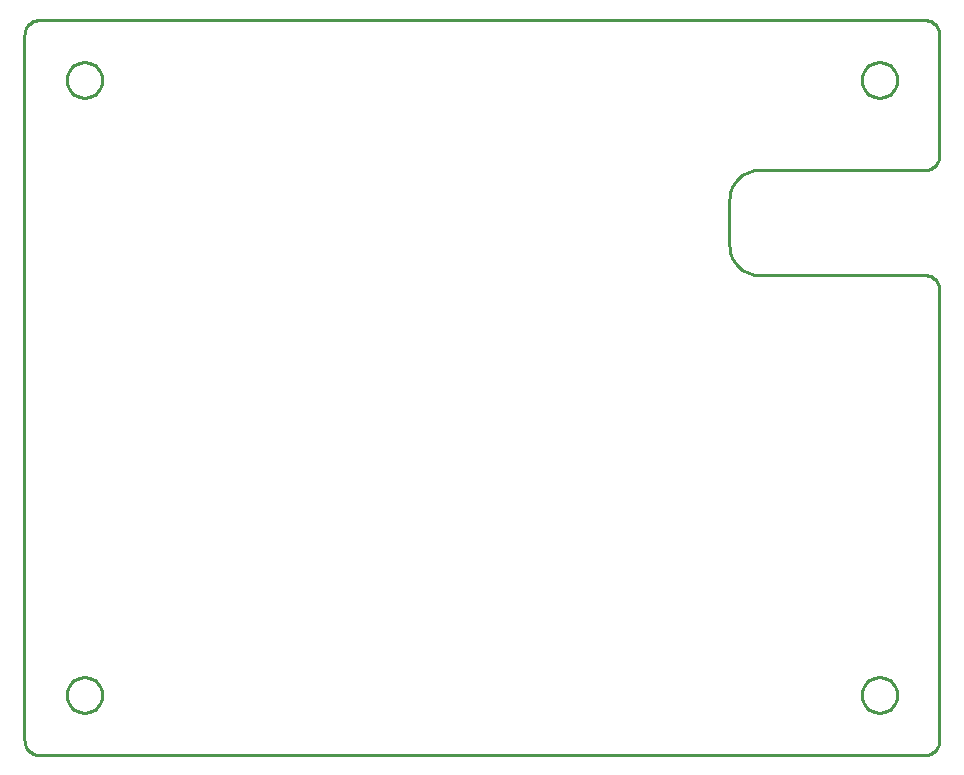
<source format=gbr>
G04 EAGLE Gerber RS-274X export*
G75*
%MOMM*%
%FSLAX34Y34*%
%LPD*%
%IN*%
%IPPOS*%
%AMOC8*
5,1,8,0,0,1.08239X$1,22.5*%
G01*
%ADD10C,0.254000*%


D10*
X0Y12700D02*
X48Y11593D01*
X193Y10495D01*
X433Y9413D01*
X766Y8356D01*
X1190Y7333D01*
X1701Y6350D01*
X2297Y5416D01*
X2971Y4537D01*
X3720Y3720D01*
X4537Y2971D01*
X5416Y2297D01*
X6350Y1701D01*
X7333Y1190D01*
X8356Y766D01*
X9413Y433D01*
X10495Y193D01*
X11593Y48D01*
X12700Y0D01*
X762000Y0D01*
X763107Y48D01*
X764205Y193D01*
X765287Y433D01*
X766344Y766D01*
X767367Y1190D01*
X768350Y1701D01*
X769284Y2297D01*
X770163Y2971D01*
X770980Y3720D01*
X771729Y4537D01*
X772403Y5416D01*
X772999Y6350D01*
X773510Y7333D01*
X773934Y8356D01*
X774267Y9413D01*
X774507Y10495D01*
X774652Y11593D01*
X774700Y12700D01*
X774700Y393700D01*
X774652Y394807D01*
X774507Y395905D01*
X774267Y396987D01*
X773934Y398044D01*
X773510Y399067D01*
X772999Y400050D01*
X772403Y400984D01*
X771729Y401863D01*
X770980Y402680D01*
X770163Y403429D01*
X769284Y404103D01*
X768350Y404699D01*
X767367Y405210D01*
X766344Y405634D01*
X765287Y405967D01*
X764205Y406207D01*
X763107Y406352D01*
X762000Y406400D01*
X622300Y406400D01*
X620086Y406497D01*
X617889Y406786D01*
X615726Y407265D01*
X613613Y407932D01*
X611566Y408780D01*
X609600Y409803D01*
X607731Y410994D01*
X605973Y412342D01*
X604340Y413840D01*
X602842Y415473D01*
X601494Y417231D01*
X600303Y419100D01*
X599280Y421066D01*
X598432Y423113D01*
X597765Y425226D01*
X597286Y427389D01*
X596997Y429586D01*
X596900Y431800D01*
X596900Y469900D01*
X596997Y472114D01*
X597286Y474311D01*
X597765Y476474D01*
X598432Y478587D01*
X599280Y480635D01*
X600303Y482600D01*
X601494Y484469D01*
X602842Y486227D01*
X604340Y487861D01*
X605973Y489358D01*
X607731Y490706D01*
X609600Y491897D01*
X611566Y492920D01*
X613613Y493768D01*
X615726Y494435D01*
X617889Y494914D01*
X620086Y495203D01*
X622300Y495300D01*
X762000Y495300D01*
X763107Y495348D01*
X764205Y495493D01*
X765287Y495733D01*
X766344Y496066D01*
X767367Y496490D01*
X768350Y497001D01*
X769284Y497597D01*
X770163Y498271D01*
X770980Y499020D01*
X771729Y499837D01*
X772403Y500716D01*
X772999Y501650D01*
X773510Y502633D01*
X773934Y503656D01*
X774267Y504713D01*
X774507Y505795D01*
X774652Y506893D01*
X774700Y508000D01*
X774700Y609600D01*
X774652Y610707D01*
X774507Y611805D01*
X774267Y612887D01*
X773934Y613944D01*
X773510Y614967D01*
X772999Y615950D01*
X772403Y616884D01*
X771729Y617763D01*
X770980Y618580D01*
X770163Y619329D01*
X769284Y620003D01*
X768350Y620599D01*
X767367Y621110D01*
X766344Y621534D01*
X765287Y621867D01*
X764205Y622107D01*
X763107Y622252D01*
X762000Y622300D01*
X12700Y622300D01*
X11593Y622252D01*
X10495Y622107D01*
X9413Y621867D01*
X8356Y621534D01*
X7333Y621110D01*
X6350Y620599D01*
X5416Y620003D01*
X4537Y619329D01*
X3720Y618580D01*
X2971Y617763D01*
X2297Y616884D01*
X1701Y615950D01*
X1190Y614967D01*
X766Y613944D01*
X433Y612887D01*
X193Y611805D01*
X48Y610707D01*
X0Y609600D01*
X0Y12700D01*
X65800Y50264D02*
X65724Y49196D01*
X65571Y48135D01*
X65343Y47088D01*
X65041Y46060D01*
X64667Y45056D01*
X64222Y44081D01*
X63708Y43141D01*
X63129Y42240D01*
X62487Y41382D01*
X61785Y40572D01*
X61028Y39815D01*
X60218Y39113D01*
X59360Y38471D01*
X58459Y37892D01*
X57519Y37378D01*
X56544Y36933D01*
X55540Y36559D01*
X54512Y36257D01*
X53465Y36029D01*
X52404Y35876D01*
X51336Y35800D01*
X50264Y35800D01*
X49196Y35876D01*
X48135Y36029D01*
X47088Y36257D01*
X46060Y36559D01*
X45056Y36933D01*
X44081Y37378D01*
X43141Y37892D01*
X42240Y38471D01*
X41382Y39113D01*
X40572Y39815D01*
X39815Y40572D01*
X39113Y41382D01*
X38471Y42240D01*
X37892Y43141D01*
X37378Y44081D01*
X36933Y45056D01*
X36559Y46060D01*
X36257Y47088D01*
X36029Y48135D01*
X35876Y49196D01*
X35800Y50264D01*
X35800Y51336D01*
X35876Y52404D01*
X36029Y53465D01*
X36257Y54512D01*
X36559Y55540D01*
X36933Y56544D01*
X37378Y57519D01*
X37892Y58459D01*
X38471Y59360D01*
X39113Y60218D01*
X39815Y61028D01*
X40572Y61785D01*
X41382Y62487D01*
X42240Y63129D01*
X43141Y63708D01*
X44081Y64222D01*
X45056Y64667D01*
X46060Y65041D01*
X47088Y65343D01*
X48135Y65571D01*
X49196Y65724D01*
X50264Y65800D01*
X51336Y65800D01*
X52404Y65724D01*
X53465Y65571D01*
X54512Y65343D01*
X55540Y65041D01*
X56544Y64667D01*
X57519Y64222D01*
X58459Y63708D01*
X59360Y63129D01*
X60218Y62487D01*
X61028Y61785D01*
X61785Y61028D01*
X62487Y60218D01*
X63129Y59360D01*
X63708Y58459D01*
X64222Y57519D01*
X64667Y56544D01*
X65041Y55540D01*
X65343Y54512D01*
X65571Y53465D01*
X65724Y52404D01*
X65800Y51336D01*
X65800Y50264D01*
X65800Y570964D02*
X65724Y569896D01*
X65571Y568835D01*
X65343Y567788D01*
X65041Y566760D01*
X64667Y565756D01*
X64222Y564781D01*
X63708Y563841D01*
X63129Y562940D01*
X62487Y562082D01*
X61785Y561272D01*
X61028Y560515D01*
X60218Y559813D01*
X59360Y559171D01*
X58459Y558592D01*
X57519Y558078D01*
X56544Y557633D01*
X55540Y557259D01*
X54512Y556957D01*
X53465Y556729D01*
X52404Y556576D01*
X51336Y556500D01*
X50264Y556500D01*
X49196Y556576D01*
X48135Y556729D01*
X47088Y556957D01*
X46060Y557259D01*
X45056Y557633D01*
X44081Y558078D01*
X43141Y558592D01*
X42240Y559171D01*
X41382Y559813D01*
X40572Y560515D01*
X39815Y561272D01*
X39113Y562082D01*
X38471Y562940D01*
X37892Y563841D01*
X37378Y564781D01*
X36933Y565756D01*
X36559Y566760D01*
X36257Y567788D01*
X36029Y568835D01*
X35876Y569896D01*
X35800Y570964D01*
X35800Y572036D01*
X35876Y573104D01*
X36029Y574165D01*
X36257Y575212D01*
X36559Y576240D01*
X36933Y577244D01*
X37378Y578219D01*
X37892Y579159D01*
X38471Y580060D01*
X39113Y580918D01*
X39815Y581728D01*
X40572Y582485D01*
X41382Y583187D01*
X42240Y583829D01*
X43141Y584408D01*
X44081Y584922D01*
X45056Y585367D01*
X46060Y585741D01*
X47088Y586043D01*
X48135Y586271D01*
X49196Y586424D01*
X50264Y586500D01*
X51336Y586500D01*
X52404Y586424D01*
X53465Y586271D01*
X54512Y586043D01*
X55540Y585741D01*
X56544Y585367D01*
X57519Y584922D01*
X58459Y584408D01*
X59360Y583829D01*
X60218Y583187D01*
X61028Y582485D01*
X61785Y581728D01*
X62487Y580918D01*
X63129Y580060D01*
X63708Y579159D01*
X64222Y578219D01*
X64667Y577244D01*
X65041Y576240D01*
X65343Y575212D01*
X65571Y574165D01*
X65724Y573104D01*
X65800Y572036D01*
X65800Y570964D01*
X738900Y570964D02*
X738824Y569896D01*
X738671Y568835D01*
X738443Y567788D01*
X738141Y566760D01*
X737767Y565756D01*
X737322Y564781D01*
X736808Y563841D01*
X736229Y562940D01*
X735587Y562082D01*
X734885Y561272D01*
X734128Y560515D01*
X733318Y559813D01*
X732460Y559171D01*
X731559Y558592D01*
X730619Y558078D01*
X729644Y557633D01*
X728640Y557259D01*
X727612Y556957D01*
X726565Y556729D01*
X725504Y556576D01*
X724436Y556500D01*
X723364Y556500D01*
X722296Y556576D01*
X721235Y556729D01*
X720188Y556957D01*
X719160Y557259D01*
X718156Y557633D01*
X717181Y558078D01*
X716241Y558592D01*
X715340Y559171D01*
X714482Y559813D01*
X713672Y560515D01*
X712915Y561272D01*
X712213Y562082D01*
X711571Y562940D01*
X710992Y563841D01*
X710478Y564781D01*
X710033Y565756D01*
X709659Y566760D01*
X709357Y567788D01*
X709129Y568835D01*
X708976Y569896D01*
X708900Y570964D01*
X708900Y572036D01*
X708976Y573104D01*
X709129Y574165D01*
X709357Y575212D01*
X709659Y576240D01*
X710033Y577244D01*
X710478Y578219D01*
X710992Y579159D01*
X711571Y580060D01*
X712213Y580918D01*
X712915Y581728D01*
X713672Y582485D01*
X714482Y583187D01*
X715340Y583829D01*
X716241Y584408D01*
X717181Y584922D01*
X718156Y585367D01*
X719160Y585741D01*
X720188Y586043D01*
X721235Y586271D01*
X722296Y586424D01*
X723364Y586500D01*
X724436Y586500D01*
X725504Y586424D01*
X726565Y586271D01*
X727612Y586043D01*
X728640Y585741D01*
X729644Y585367D01*
X730619Y584922D01*
X731559Y584408D01*
X732460Y583829D01*
X733318Y583187D01*
X734128Y582485D01*
X734885Y581728D01*
X735587Y580918D01*
X736229Y580060D01*
X736808Y579159D01*
X737322Y578219D01*
X737767Y577244D01*
X738141Y576240D01*
X738443Y575212D01*
X738671Y574165D01*
X738824Y573104D01*
X738900Y572036D01*
X738900Y570964D01*
X738900Y50264D02*
X738824Y49196D01*
X738671Y48135D01*
X738443Y47088D01*
X738141Y46060D01*
X737767Y45056D01*
X737322Y44081D01*
X736808Y43141D01*
X736229Y42240D01*
X735587Y41382D01*
X734885Y40572D01*
X734128Y39815D01*
X733318Y39113D01*
X732460Y38471D01*
X731559Y37892D01*
X730619Y37378D01*
X729644Y36933D01*
X728640Y36559D01*
X727612Y36257D01*
X726565Y36029D01*
X725504Y35876D01*
X724436Y35800D01*
X723364Y35800D01*
X722296Y35876D01*
X721235Y36029D01*
X720188Y36257D01*
X719160Y36559D01*
X718156Y36933D01*
X717181Y37378D01*
X716241Y37892D01*
X715340Y38471D01*
X714482Y39113D01*
X713672Y39815D01*
X712915Y40572D01*
X712213Y41382D01*
X711571Y42240D01*
X710992Y43141D01*
X710478Y44081D01*
X710033Y45056D01*
X709659Y46060D01*
X709357Y47088D01*
X709129Y48135D01*
X708976Y49196D01*
X708900Y50264D01*
X708900Y51336D01*
X708976Y52404D01*
X709129Y53465D01*
X709357Y54512D01*
X709659Y55540D01*
X710033Y56544D01*
X710478Y57519D01*
X710992Y58459D01*
X711571Y59360D01*
X712213Y60218D01*
X712915Y61028D01*
X713672Y61785D01*
X714482Y62487D01*
X715340Y63129D01*
X716241Y63708D01*
X717181Y64222D01*
X718156Y64667D01*
X719160Y65041D01*
X720188Y65343D01*
X721235Y65571D01*
X722296Y65724D01*
X723364Y65800D01*
X724436Y65800D01*
X725504Y65724D01*
X726565Y65571D01*
X727612Y65343D01*
X728640Y65041D01*
X729644Y64667D01*
X730619Y64222D01*
X731559Y63708D01*
X732460Y63129D01*
X733318Y62487D01*
X734128Y61785D01*
X734885Y61028D01*
X735587Y60218D01*
X736229Y59360D01*
X736808Y58459D01*
X737322Y57519D01*
X737767Y56544D01*
X738141Y55540D01*
X738443Y54512D01*
X738671Y53465D01*
X738824Y52404D01*
X738900Y51336D01*
X738900Y50264D01*
M02*

</source>
